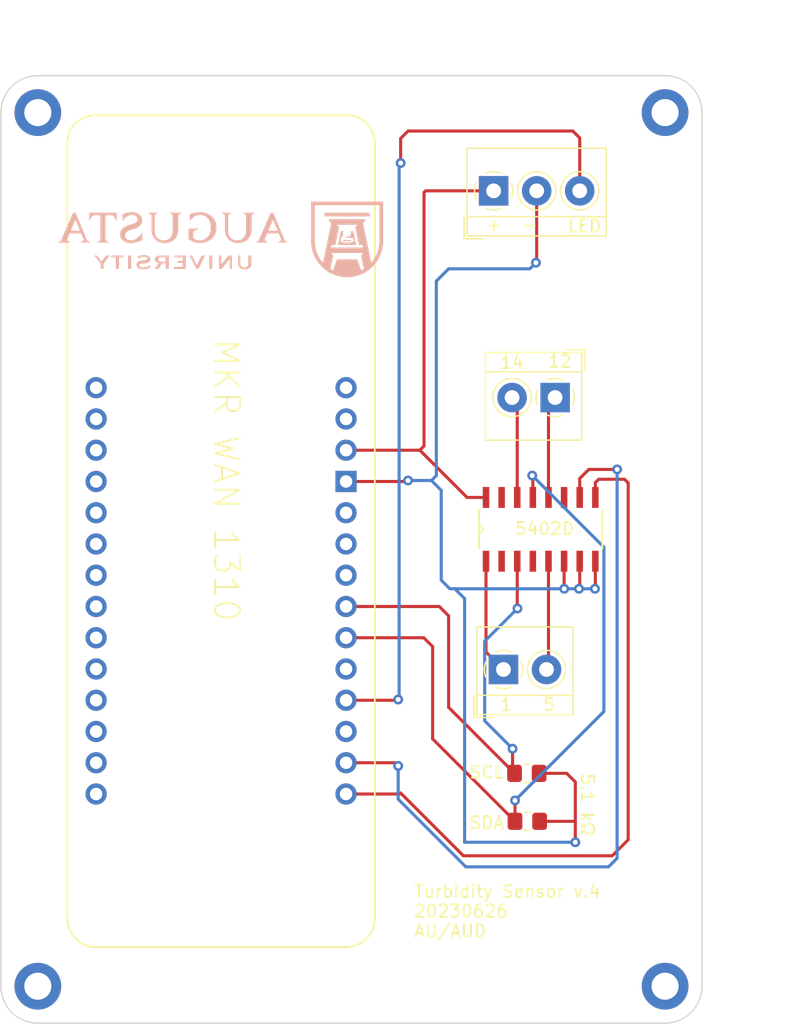
<source format=kicad_pcb>
(kicad_pcb (version 20221018) (generator pcbnew)
  (title_block (title "Turbidity Sensor PCB") (date "2023-06-26") (rev "4") (company "AU/AUD"))
  (layers (0 "F.Cu" signal) (31 "B.Cu" signal) (34 "B.Paste" user) (35 "F.Paste" user) (36 "B.SilkS" user "B.Silkscreen") (37 "F.SilkS" user "F.Silkscreen") (38 "B.Mask" user) (39 "F.Mask" user) (44 "Edge.Cuts" user))
  (net 0 "")
  (net 14 "/3.3V")
  (net 15 "/GND")
  (net 17 "/D7")
  (net 18 "/SDA")
  (net 19 "/D6")
  (net 26 "Net-(J1-Pin_1)")
  (net 27 "Net-(J1-Pin_2)")
  (net 28 "Net-(J2-Pin_1)")
  (net 29 "Net-(J2-Pin_2)")
  (net 31 "/SCL")
  (net 32 "/LED")
  (footprint "PCM_arduino-library:Arduino_MKR_FOX_1200_Socket" (layer "F.Cu") (at 154.15 69.475 -90)
    (fp_text reference "XA1" hide)
    (fp_text value "Arduino_MKR_WAN_1310_Socket" hide)
  )
  (footprint "Resistor_SMD:R_0805_2012Metric_Pad1.20x1.40mm_HandSolder" (layer "F.Cu") (at 168.76 120.7)
    (fp_text reference "R1" hide)
    (fp_text value "5.1 kΩ" hide)
  )
  (footprint "MountingHole:MountingHole_2.2mm_M2_DIN965_Pad" (layer "F.Cu") (at 180 138)
    (fp_text reference "REF**" hide)
    (fp_text value "MountingHole_2.2mm_M2_DIN965_Pad" hide)
  )
  (footprint "Project:74HC4052D" (layer "F.Cu") (at 169.885 100.869 90)
    (fp_text reference "U1" hide)
    (fp_text value "74HC4052D" hide)
  )
  (footprint "MountingHole:MountingHole_2.2mm_M2_DIN965_Pad" (layer "F.Cu") (at 129 138)
    (fp_text reference "REF**" hide)
    (fp_text value "MountingHole_2.2mm_M2_DIN965_Pad" hide)
  )
  (footprint "TerminalBlock_4Ucon:TerminalBlock_4Ucon_1x02_P3.50mm_Horizontal" (layer "F.Cu") (at 166.86 112.2598)
    (fp_text reference "J1" hide)
    (fp_text value "Screw_Terminal_01x02" hide)
  )
  (footprint "MountingHole:MountingHole_2.2mm_M2_DIN965_Pad" (layer "F.Cu") (at 129 67)
    (fp_text reference "REF**" hide)
    (fp_text value "MountingHole_2.2mm_M2_DIN965_Pad" hide)
  )
  (footprint "Resistor_SMD:R_0805_2012Metric_Pad1.20x1.40mm_HandSolder" (layer "F.Cu") (at 168.8 124.6)
    (fp_text reference "R2" hide)
    (fp_text value "5.1 kΩ" hide)
  )
  (footprint "TerminalBlock_4Ucon:TerminalBlock_4Ucon_1x02_P3.50mm_Horizontal" (layer "F.Cu") (at 171.06 90.1598 180)
    (fp_text reference "J2" hide)
    (fp_text value "Screw_Terminal_01x02" hide)
  )
  (footprint "TerminalBlock_4Ucon:TerminalBlock_4Ucon_1x03_P3.50mm_Horizontal" (layer "F.Cu") (at 166.06 73.3598)
    (fp_text reference "J3" hide)
    (fp_text value "Screw_Terminal_01x03" hide)
  )
  (footprint "MountingHole:MountingHole_2.2mm_M2_DIN965_Pad" (layer "F.Cu") (at 180 67)
    (fp_text reference "REF**" hide)
    (fp_text value "MountingHole_2.2mm_M2_DIN965_Pad" hide)
  )
  (gr_poly (pts (xy 154.018438 77.342549) (xy 153.992121 77.344262) (xy 153.966936 77.346235) (xy 153.942984 77.348478) (xy 153.920367 77.351001) (xy 153.899187 77.353811) (xy 153.879543 77.35692) (xy 153.861538 77.360335) (xy 153.845272 77.364067) (xy 153.830847 77.368124) (xy 153.824356 77.370277) (xy 153.818363 77.372516) (xy 153.812881 77.37484) (xy 153.807923 77.377252) (xy 153.8035 77.379752) (xy 153.799626 77.382342) (xy 153.796313 77.385022) (xy 153.793575 77.387794) (xy 153.791422 77.390659) (xy 153.78987 77.393618) (xy 153.788929 77.396673) (xy 153.788612 77.399824) (xy 153.789074 77.403005) (xy 153.790444 77.406144) (xy 153.795829 77.412284) (xy 153.804597 77.418212) (xy 153.816579 77.423897) (xy 153.831609 77.429308) (xy 153.849515 77.434413) (xy 153.870131 77.43918) (xy 153.893288 77.44358) (xy 153.918816 77.447579) (xy 153.946548 77.451147) (xy 154.007948 77.456862) (xy 154.076137 77.460476) (xy 154.149768 77.461737) (xy 154.18718 77.461346) (xy 154.223399 77.460216) (xy 154.258259 77.458404) (xy 154.291589 77.455969) (xy 154.323222 77.452973) (xy 154.352988 77.449472) (xy 154.38072 77.445528) (xy 154.406249 77.441198) (xy 154.429405 77.436543) (xy 154.450021 77.431622) (xy 154.467928 77.426494) (xy 154.482957 77.421218) (xy 154.48934 77.418544) (xy 154.49494 77.415854) (xy 154.499736 77.413157) (xy 154.503708 77.410461) (xy 154.506834 77.407772) (xy 154.509092 77.405098) (xy 154.510463 77.402446) (xy 154.510925 77.399824) (xy 154.510608 77.397234) (xy 154.509667 77.394674) (xy 154.505962 77.38965) (xy 154.499911 77.384768) (xy 154.491614 77.380042) (xy 154.481173 77.375489) (xy 154.46869 77.371124) (xy 154.454265 77.36696) (xy 154.437999 77.363014) (xy 154.419993 77.3593) (xy 154.40035 77.355834) (xy 154.356552 77.349706) (xy 154.307416 77.34475) (xy 154.253749 77.341087) (xy 154.249785 77.348265) (xy 154.245371 77.355092) (xy 154.240531 77.361551) (xy 154.235289 77.367629) (xy 154.229669 77.37331) (xy 154.223695 77.37858) (xy 154.217391 77.383423) (xy 154.210781 77.387825) (xy 154.203889 77.391771) (xy 154.19674 77.395247) (xy 154.189356 77.398236) (xy 154.181762 77.400726) (xy 154.173983 77.402699) (xy 154.166041 77.404143) (xy 154.157961 77.405042) (xy 154.149768 77.40538) (xy 154.145659 77.405282) (xy 154.141575 77.405042) (xy 154.137519 77.404661) (xy 154.133495 77.404143) (xy 154.129506 77.403488) (xy 154.125554 77.402699) (xy 154.121642 77.401778) (xy 154.117774 77.400726) (xy 154.113953 77.399544) (xy 154.11018 77.398236) (xy 154.106461 77.396803) (xy 154.102797 77.395247) (xy 154.099191 77.393569) (xy 154.095647 77.391771) (xy 154.092167 77.389856) (xy 154.088755 77.387825) (xy 154.085414 77.38568) (xy 154.082146 77.383423) (xy 154.078954 77.381056) (xy 154.075842 77.37858) (xy 154.072812 77.375997) (xy 154.069868 77.37331) (xy 154.067012 77.37052) (xy 154.064248 77.367629) (xy 154.061578 77.364639) (xy 154.059006 77.361551) (xy 154.056534 77.358368) (xy 154.054166 77.355092) (xy 154.051904 77.351723) (xy 154.049751 77.348265) (xy 154.047712 77.344719) (xy 154.045787 77.341087)) (fill solid) (layer "B.SilkS"))
  (gr_poly (pts (xy 139.72733 75.140018) (xy 139.960694 75.352743) (xy 139.960694 76.534637) (xy 139.959861 76.585951) (xy 139.957377 76.635712) (xy 139.953268 76.683915) (xy 139.947556 76.730553) (xy 139.940267 76.775624) (xy 139.931424 76.81912) (xy 139.921052 76.861039) (xy 139.909174 76.901374) (xy 139.895815 76.940121) (xy 139.880999 76.977274) (xy 139.864749 77.01283) (xy 139.847091 77.046782) (xy 139.828048 77.079126) (xy 139.807644 77.109858) (xy 139.785904 77.138971) (xy 139.762851 77.166462) (xy 139.73851 77.192324) (xy 139.712905 77.216554) (xy 139.68606 77.239147) (xy 139.657998 77.260096) (xy 139.628746 77.279398) (xy 139.598325 77.297048) (xy 139.566761 77.31304) (xy 139.534077 77.32737) (xy 139.500298 77.340032) (xy 139.465449 77.351022) (xy 139.429552 77.360335) (xy 139.392632 77.367966) (xy 139.354713 77.373909) (xy 139.31582 77.378161) (xy 139.275976 77.380715) (xy 139.235206 77.381568) (xy 139.196591 77.380781) (xy 139.158611 77.378418) (xy 139.121304 77.374474) (xy 139.084708 77.368944) (xy 139.048863 77.361824) (xy 139.013807 77.35311) (xy 138.97958 77.342797) (xy 138.946219 77.33088) (xy 138.913764 77.317355) (xy 138.882254 77.302217) (xy 138.851727 77.285463) (xy 138.822222 77.267087) (xy 138.793778 77.247085) (xy 138.766434 77.225452) (xy 138.740228 77.202184) (xy 138.7152 77.177277) (xy 138.691389 77.150725) (xy 138.668832 77.122525) (xy 138.647569 77.092672) (xy 138.627638 77.061161) (xy 138.609079 77.027988) (xy 138.591931 76.993149) (xy 138.576231 76.956638) (xy 138.562019 76.918452) (xy 138.549334 76.878586) (xy 138.538214 76.837035) (xy 138.528699 76.793795) (xy 138.520826 76.748861) (xy 138.514636 76.702229) (xy 138.510166 76.653894) (xy 138.507455 76.603853) (xy 138.506543 76.552099) (xy 138.506543 75.352743) (xy 138.750225 75.140018) (xy 138.750225 75.129699) (xy 138.0041 75.129699) (xy 138.0041 75.140018) (xy 138.249368 75.352743) (xy 138.249368 76.521143) (xy 138.250844 76.58927) (xy 138.255212 76.6551) (xy 138.262382 76.71864) (xy 138.272266 76.779901) (xy 138.284774 76.83889) (xy 138.299817 76.895616) (xy 138.317306 76.950089) (xy 138.337152 77.002317) (xy 138.359265 77.052309) (xy 138.383556 77.100074) (xy 138.409936 77.14562) (xy 138.438315 77.188958) (xy 138.468605 77.230095) (xy 138.500715 77.26904) (xy 138.534558 77.305803) (xy 138.570043 77.340392) (xy 138.607082 77.372816) (xy 138.645585 77.403084) (xy 138.685462 77.431204) (xy 138.726626 77.457186) (xy 138.768986 77.481039) (xy 138.812453 77.502771) (xy 138.856938 77.522391) (xy 138.902352 77.539909) (xy 138.948605 77.555332) (xy 138.995608 77.56867) (xy 139.091509 77.589126) (xy 139.18934 77.601347) (xy 139.288386 77.605405) (xy 139.391328 77.601947) (xy 139.494166 77.591316) (xy 139.596 77.573133) (xy 139.695928 77.547015) (xy 139.744894 77.530862) (xy 139.793046 77.512582) (xy 139.84027 77.492127) (xy 139.886453 77.469451) (xy 139.931482 77.444505) (xy 139.975246 77.417242) (xy 140.01763 77.387613) (xy 140.058523 77.355573) (xy 140.097811 77.321071) (xy 140.135382 77.284062) (xy 140.171122 77.244497) (xy 140.20492 77.202329) (xy 140.236662 77.15751) (xy 140.266236 77.109992) (xy 140.293528 77.059728) (xy 140.318426 77.00667) (xy 140.340818 76.95077) (xy 140.36059 76.891981) (xy 140.377629 76.830255) (xy 140.391823 76.765544) (xy 140.40306 76.6978) (xy 140.411225 76.626977) (xy 140.416207 76.553026) (xy 140.417893 76.475899) (xy 140.417893 75.352743) (xy 140.661574 75.140018) (xy 140.661574 75.129699) (xy 139.72733 75.129699)) (fill solid) (layer "B.SilkS"))
  (gr_poly (pts (xy 136.616256 75.093419) (xy 136.566769 75.096322) (xy 136.517392 75.100305) (xy 136.468144 75.105365) (xy 136.419042 75.111498) (xy 136.370103 75.1187) (xy 136.321344 75.126969) (xy 136.272784 75.136299) (xy 136.224438 75.146688) (xy 136.176326 75.158133) (xy 136.128464 75.170629) (xy 136.08087 75.184173) (xy 136.033561 75.198762) (xy 135.986554 75.214392) (xy 135.939868 75.23106) (xy 135.893518 75.248762) (xy 135.893518 75.804387) (xy 135.903839 75.804387) (xy 135.94379 75.748981) (xy 135.985028 75.696527) (xy 136.027498 75.647109) (xy 136.071147 75.600815) (xy 136.115921 75.557729) (xy 136.161767 75.517939) (xy 136.208632 75.48153) (xy 136.256462 75.448588) (xy 136.305204 75.4192) (xy 136.354803 75.39345) (xy 136.405208 75.371427) (xy 136.430695 75.361839) (xy 136.456363 75.353214) (xy 136.482205 75.345564) (xy 136.508216 75.338899) (xy 136.534387 75.33323) (xy 136.560713 75.328568) (xy 136.587186 75.324923) (xy 136.6138 75.322306) (xy 136.640549 75.320728) (xy 136.667425 75.320199) (xy 136.697508 75.320764) (xy 136.726306 75.322428) (xy 136.753841 75.325146) (xy 136.780133 75.328875) (xy 136.805206 75.333568) (xy 136.829079 75.339182) (xy 136.851776 75.345671) (xy 136.873317 75.352991) (xy 136.893725 75.361097) (xy 136.91302 75.369944) (xy 136.931226 75.379488) (xy 136.948362 75.389683) (xy 136.964452 75.400486) (xy 136.979516 75.41185) (xy 136.993576 75.423732) (xy 137.006655 75.436087) (xy 137.018772 75.448869) (xy 137.029952 75.462035) (xy 137.040214 75.475539) (xy 137.04958 75.489336) (xy 137.065714 75.517633) (xy 137.078526 75.546567) (xy 137.088189 75.57578) (xy 137.094876 75.604914) (xy 137.098762 75.63361) (xy 137.100019 75.661512) (xy 137.100019 75.678974) (xy 137.099378 75.700857) (xy 137.097467 75.721875) (xy 137.094307 75.742059) (xy 137.089915 75.761436) (xy 137.084312 75.780036) (xy 137.077515 75.797887) (xy 137.069544 75.815019) (xy 137.060418 75.831461) (xy 137.050156 75.847241) (xy 137.038777 75.862388) (xy 137.026301 75.876932) (xy 137.012745 75.890901) (xy 136.99813 75.904324) (xy 136.982473 75.91723) (xy 136.965795 75.929647) (xy 136.948115 75.941606) (xy 136.929451 75.953135) (xy 136.909822 75.964262) (xy 136.889247 75.975017) (xy 136.867746 75.985428) (xy 136.822041 76.005337) (xy 136.772858 76.024218) (xy 136.720349 76.042304) (xy 136.664667 76.059827) (xy 136.605965 76.077017) (xy 136.544394 76.094105) (xy 136.445236 76.121868) (xy 136.351726 76.151714) (xy 136.263966 76.183849) (xy 136.18206 76.218476) (xy 136.106113 76.255801) (xy 136.036226 76.296028) (xy 135.972505 76.339362) (xy 135.915051 76.386007) (xy 135.888707 76.410635) (xy 135.863969 76.436168) (xy 135.84085 76.462631) (xy 135.819363 76.49005) (xy 135.79952 76.51845) (xy 135.781335 76.547858) (xy 135.76482 76.578297) (xy 135.749989 76.609795) (xy 135.736854 76.642376) (xy 135.725428 76.676067) (xy 135.715725 76.710892) (xy 135.707757 76.746878) (xy 135.701538 76.78405) (xy 135.697079 76.822433) (xy 135.694394 76.862054) (xy 135.693496 76.902937) (xy 135.693496 76.924368) (xy 135.694425 76.958243) (xy 135.697204 76.991821) (xy 135.701824 77.025051) (xy 135.708275 77.057881) (xy 135.716548 77.09026) (xy 135.726632 77.122138) (xy 135.738518 77.153463) (xy 135.752196 77.184185) (xy 135.767657 77.214252) (xy 135.78489 77.243613) (xy 135.803887 77.272218) (xy 135.824636 77.300015) (xy 135.84713 77.326953) (xy 135.871356 77.352982) (xy 135.897307 77.37805) (xy 135.924972 77.402106) (xy 135.954342 77.4251) (xy 135.985407 77.44698) (xy 136.018156 77.467695) (xy 136.052581 77.487194) (xy 136.088672 77.505426) (xy 136.126418 77.522341) (xy 136.165811 77.537887) (xy 136.20684 77.552013) (xy 136.249495 77.564669) (xy 136.293767 77.575802) (xy 136.339647 77.585362) (xy 136.387124 77.593299) (xy 136.436189 77.599561) (xy 136.486832 77.604097) (xy 136.539042 77.606856) (xy 136.592812 77.607787) (xy 136.64786 77.606305) (xy 136.704213 77.601996) (xy 136.761649 77.595067) (xy 136.819948 77.585723) (xy 136.878889 77.574169) (xy 136.938251 77.560613) (xy 136.997813 77.545258) (xy 137.057354 77.528312) (xy 137.175489 77.490468) (xy 137.29089 77.448727) (xy 137.401789 77.404734) (xy 137.506419 77.360137) (xy 137.506419 76.744187) (xy 137.496099 76.744187) (xy 137.443146 76.81502) (xy 137.390189 76.882456) (xy 137.33713 76.946331) (xy 137.283871 77.006484) (xy 137.230313 77.062753) (xy 137.176361 77.114978) (xy 137.121915 77.162996) (xy 137.066879 77.206645) (xy 137.011154 77.245765) (xy 136.954643 77.280193) (xy 136.897249 77.309767) (xy 136.86819 77.322684) (xy 136.838873 77.334327) (xy 136.809287 77.344676) (xy 136.779419 77.353711) (xy 136.749256 77.361411) (xy 136.718787 77.367756) (xy 136.688 77.372727) (xy 136.656881 77.376302) (xy 136.62542 77.378462) (xy 136.593604 77.379187) (xy 136.563341 77.378691) (xy 136.534019 77.377221) (xy 136.505638 77.374801) (xy 136.478202 77.371458) (xy 136.45171 77.367217) (xy 136.426164 77.362103) (xy 136.401565 77.356142) (xy 136.377915 77.349359) (xy 136.355215 77.341779) (xy 136.333466 77.333429) (xy 136.31267 77.324332) (xy 136.292828 77.314516) (xy 136.27394 77.304005) (xy 136.25601 77.292825) (xy 136.239037 77.281) (xy 136.223023 77.268558) (xy 136.20797 77.255522) (xy 136.193878 77.241919) (xy 136.180749 77.227773) (xy 136.168585 77.213111) (xy 136.157386 77.197958) (xy 136.147154 77.182339) (xy 136.137891 77.16628) (xy 136.129597 77.149805) (xy 136.122274 77.132941) (xy 136.115923 77.115713) (xy 136.110545 77.098147) (xy 136.106142 77.080267) (xy 136.102716 77.062099) (xy 136.100267 77.043669) (xy 136.098306 77.006124) (xy 136.098306 76.988661) (xy 136.099148 76.96107) (xy 136.101652 76.934531) (xy 136.10578 76.909014) (xy 136.111496 76.884489) (xy 136.118762 76.860926) (xy 136.127544 76.838292) (xy 136.137803 76.816558) (xy 136.149503 76.795693) (xy 136.162607 76.775667) (xy 136.17708 76.756448) (xy 136.192884 76.738006) (xy 136.209983 76.72031) (xy 136.228339 76.70333) (xy 136.247918 76.687035) (xy 136.268681 76.671395) (xy 136.290592 76.656378) (xy 136.313614 76.641954) (xy 136.337712 76.628092) (xy 136.362848 76.614762) (xy 136.388986 76.601933) (xy 136.44412 76.577655) (xy 136.502821 76.555013) (xy 136.564796 76.533762) (xy 136.629753 76.513656) (xy 136.697397 76.49445) (xy 136.767437 76.475899) (xy 136.852505 76.45171) (xy 136.932362 76.424966) (xy 137.006971 76.39564) (xy 137.076293 76.363707) (xy 137.140289 76.329142) (xy 137.198922 76.29192) (xy 137.252153 76.252013) (xy 137.299944 76.209397) (xy 137.321787 76.187066) (xy 137.342256 76.164047) (xy 137.361345 76.140338) (xy 137.379051 76.115936) (xy 137.395367 76.090838) (xy 137.41029 76.06504) (xy 137.423814 76.038539) (xy 137.435936 76.011332) (xy 137.446649 75.983416) (xy 137.455949 75.954787) (xy 137.463831 75.925443) (xy 137.470292 75.895379) (xy 137.475325 75.864594) (xy 137.478925 75.833084) (xy 137.481089 75.800845) (xy 137.481812 75.767874) (xy 137.481812 75.743268) (xy 137.480886 75.711369) (xy 137.478124 75.679703) (xy 137.473553 75.64832) (xy 137.467196 75.617272) (xy 137.459078 75.586611) (xy 137.449225 75.556386) (xy 137.437662 75.52665) (xy 137.424414 75.497453) (xy 137.409505 75.468847) (xy 137.392961 75.440883) (xy 137.374806 75.413612) (xy 137.355066 75.387085) (xy 137.333766 75.361353) (xy 137.31093 75.336468) (xy 137.286584 75.31248) (xy 137.260752 75.289441) (xy 137.23346 75.267402) (xy 137.204733 75.246414) (xy 137.174596 75.226529) (xy 137.143073 75.207797) (xy 137.110189 75.190269) (xy 137.075971 75.173997) (xy 137.040441 75.159032) (xy 137.003627 75.145425) (xy 136.965552 75.133228) (xy 136.926242 75.12249) (xy 136.885721 75.113264) (xy 136.844015 75.105601) (xy 136.801148 75.099552) (xy 136.757147 75.095168) (xy 136.712034 75.0925) (xy 136.665837 75.091599)) (fill solid) (layer "B.SilkS"))
  (gr_poly (pts (xy 143.916745 79.331018) (xy 143.916745 78.616643) (xy 143.735769 78.616643) (xy 143.735769 79.702493) (xy 143.950874 79.702493) (xy 144.596194 78.908743) (xy 144.596194 79.702493) (xy 144.777169 79.702493) (xy 144.777169 78.616643) (xy 144.496975 78.616643)) (fill solid) (layer "B.SilkS"))
  (gr_poly (pts (xy 142.139407 75.093598) (xy 142.086177 75.095962) (xy 142.033049 75.099482) (xy 141.98004 75.104152) (xy 141.927171 75.109971) (xy 141.874459 75.116935) (xy 141.821923 75.12504) (xy 141.769582 75.134282) (xy 141.717453 75.144659) (xy 141.665556 75.156166) (xy 141.61391 75.168801) (xy 141.562531 75.18256) (xy 141.51144 75.197438) (xy 141.460655 75.213434) (xy 141.410194 75.230543) (xy 141.360076 75.248762) (xy 141.360075 75.248762) (xy 141.360075 75.804387) (xy 141.370394 75.804387) (xy 141.426843 75.732892) (xy 141.482504 75.668496) (xy 141.537409 75.610855) (xy 141.59159 75.559626) (xy 141.645078 75.514467) (xy 141.697905 75.475035) (xy 141.750101 75.440985) (xy 141.801698 75.411976) (xy 141.852728 75.387665) (xy 141.903222 75.367708) (xy 141.953212 75.351762) (xy 142.002728 75.339485) (xy 142.051802 75.330533) (xy 142.100466 75.324563) (xy 142.148751 75.321233) (xy 142.196688 75.320199) (xy 142.245215 75.321417) (xy 142.292695 75.325039) (xy 142.339097 75.331019) (xy 142.384387 75.33931) (xy 142.428534 75.349865) (xy 142.471505 75.362638) (xy 142.513267 75.377582) (xy 142.553789 75.39465) (xy 142.593037 75.413797) (xy 142.63098 75.434974) (xy 142.667585 75.458136) (xy 142.70282 75.483236) (xy 142.736652 75.510227) (xy 142.769048 75.539062) (xy 142.799977 75.569695) (xy 142.829406 75.60208) (xy 142.857302 75.636169) (xy 142.883634 75.671915) (xy 142.908368 75.709274) (xy 142.931473 75.748196) (xy 142.952915 75.788637) (xy 142.972663 75.830549) (xy 142.990684 75.873885) (xy 143.006946 75.9186) (xy 143.021415 75.964646) (xy 143.034061 76.011976) (xy 143.04485 76.060545) (xy 143.05375 76.110304) (xy 143.060729 76.161209) (xy 143.065754 76.213211) (xy 143.068793 76.266265) (xy 143.069813 76.320324) (xy 143.069813 76.365568) (xy 143.068659 76.421562) (xy 143.06523 76.476408) (xy 143.059577 76.530065) (xy 143.051751 76.582491) (xy 143.041802 76.633645) (xy 143.029781 76.683486) (xy 143.015739 76.731972) (xy 142.999727 76.779062) (xy 142.981796 76.824715) (xy 142.961995 76.86889) (xy 142.940376 76.911545) (xy 142.91699 76.952639) (xy 142.891887 76.992131) (xy 142.865118 77.029979) (xy 142.836733 77.066143) (xy 142.806784 77.10058) (xy 142.775321 77.133251) (xy 142.742395 77.164112) (xy 142.708057 77.193124) (xy 142.672357 77.220244) (xy 142.635346 77.245432) (xy 142.597074 77.268647) (xy 142.557593 77.289846) (xy 142.516954 77.308989) (xy 142.475206 77.326035) (xy 142.432401 77.340942) (xy 142.388589 77.353668) (xy 142.343822 77.364174) (xy 142.298149 77.372416) (xy 142.251622 77.378355) (xy 142.204291 77.381948) (xy 142.156207 77.383155) (xy 142.133507 77.383292) (xy 142.110841 77.382817) (xy 142.088221 77.381733) (xy 142.065658 77.380042) (xy 142.043164 77.377747) (xy 142.020753 77.374851) (xy 141.998435 77.371354) (xy 141.976223 77.367261) (xy 141.954129 77.362573) (xy 141.932165 77.357293) (xy 141.910343 77.351422) (xy 141.888674 77.344964) (xy 141.867172 77.337921) (xy 141.845848 77.330296) (xy 141.824714 77.322089) (xy 141.803782 77.313305) (xy 141.782509 77.303864) (xy 141.772539 77.298963) (xy 141.763004 77.293923) (xy 141.753898 77.288731) (xy 141.745214 77.283373) (xy 141.736944 77.277836) (xy 141.729082 77.272105) (xy 141.721622 77.266167) (xy 141.714556 77.260008) (xy 141.707877 77.253615) (xy 141.701579 77.246974) (xy 141.695654 77.240072) (xy 141.690097 77.232894) (xy 141.6849 77.225428) (xy 141.680056 77.217658) (xy 141.675558 77.209573) (xy 141.671401 77.201157) (xy 141.667576 77.192398) (xy 141.664077 77.183282) (xy 141.660897 77.173795) (xy 141.65803 77.163923) (xy 141.655468 77.153653) (xy 141.653205 77.142971) (xy 141.651233 77.131864) (xy 141.649547 77.120317) (xy 141.648139 77.108318) (xy 141.647002 77.095852) (xy 141.645515 77.069465) (xy 141.645032 77.041049) (xy 141.645032 76.656874) (xy 142.087944 76.437005) (xy 142.087944 76.426687) (xy 141.248157 76.426687) (xy 141.248157 77.283937) (xy 141.299528 77.320561) (xy 141.35215 77.355056) (xy 141.405955 77.387397) (xy 141.460875 77.417561) (xy 141.516843 77.445526) (xy 141.573793 77.471269) (xy 141.631655 77.494767) (xy 141.690364 77.515997) (xy 141.749851 77.534936) (xy 141.810049 77.551561) (xy 141.870892 77.565849) (xy 141.93231 77.577777) (xy 141.994238 77.587323) (xy 142.056607 77.594464) (xy 142.11935 77.599176) (xy 142.182399 77.601437) (xy 142.249731 77.600083) (xy 142.316376 77.596039) (xy 142.38224 77.589332) (xy 142.447229 77.579987) (xy 142.511245 77.56803) (xy 142.574195 77.553488) (xy 142.635983 77.536387) (xy 142.696515 77.516753) (xy 142.755693 77.494613) (xy 142.813425 77.469991) (xy 142.869614 77.442915) (xy 142.924164 77.413411) (xy 142.976982 77.381504) (xy 143.027972 77.347222) (xy 143.077038 77.310589) (xy 143.124086 77.271633) (xy 143.16902 77.23038) (xy 143.211744 77.186855) (xy 143.252165 77.141085) (xy 143.290186 77.093095) (xy 143.325712 77.042913) (xy 143.358649 76.990564) (xy 143.388901 76.936075) (xy 143.416372 76.879471) (xy 143.440968 76.820779) (xy 143.462594 76.760025) (xy 143.481153 76.697235) (xy 143.496552 76.632435) (xy 143.508694 76.565652) (xy 143.517485 76.496911) (xy 143.52283 76.426239) (xy 143.524632 76.353661) (xy 143.524632 76.322705) (xy 143.52281 76.252902) (xy 143.517409 76.184753) (xy 143.508532 76.118297) (xy 143.496279 76.05357) (xy 143.480751 75.990608) (xy 143.462049 75.929448) (xy 143.440275 75.870128) (xy 143.415529 75.812684) (xy 143.387912 75.757152) (xy 143.357525 75.70357) (xy 143.32447 75.651974) (xy 143.288847 75.6024) (xy 143.250757 75.554887) (xy 143.210301 75.50947) (xy 143.167581 75.466187) (xy 143.122697 75.425073) (xy 143.075751 75.386167) (xy 143.026842 75.349504) (xy 142.976074 75.315121) (xy 142.923545 75.283056) (xy 142.869358 75.253344) (xy 142.813613 75.226023) (xy 142.756412 75.20113) (xy 142.697855 75.178701) (xy 142.638044 75.158773) (xy 142.577079 75.141382) (xy 142.515061 75.126566) (xy 142.452092 75.114362) (xy 142.388273 75.104806) (xy 142.323703 75.097934) (xy 142.258486 75.093784) (xy 142.192721 75.092393)) (fill solid) (layer "B.SilkS"))
  (gr_poly (pts (xy 141.900618 79.702493) (xy 142.064926 79.702493) (xy 142.606262 78.616643) (xy 142.318131 78.616643) (xy 141.921255 79.406424) (xy 141.538667 78.616642) (xy 141.329118 78.616642)) (fill solid) (layer "B.SilkS"))
  (gr_poly (pts (xy 130.911944 77.346643) (xy 130.668263 77.559368) (xy 130.668263 77.569687) (xy 131.609651 77.569687) (xy 131.609651 77.559368) (xy 131.365968 77.346643) (xy 131.58187 76.820386) (xy 132.519287 76.820386) (xy 132.735187 77.346643) (xy 132.491506 77.559368) (xy 132.491506 77.569687) (xy 133.230487 77.569687) (xy 133.230487 77.559368) (xy 132.992361 77.346643) (xy 132.681696 76.597343) (xy 132.428799 76.597343) (xy 131.682674 76.597343) (xy 132.062881 75.708343) (xy 132.428799 76.597343) (xy 132.681696 76.597343) (xy 132.073201 75.129699) (xy 131.86762 75.129699)) (fill solid) (layer "B.SilkS"))
  (gr_poly (pts (xy 136.334841 79.702493) (xy 136.58646 79.702493) (xy 136.58646 78.616643) (xy 136.334841 78.616643)) (fill solid) (layer "B.SilkS"))
  (gr_poly (pts (xy 142.941225 79.702493) (xy 143.192843 79.702493) (xy 143.192843 78.616643) (xy 142.941225 78.616643)) (fill solid) (layer "B.SilkS"))
  (gr_poly (pts (xy 153.406818 77.757012) (xy 154.891924 77.757012) (xy 154.66253 76.632268) (xy 154.456156 76.632268) (xy 154.455795 76.632264) (xy 154.455435 76.632273) (xy 154.455077 76.632293) (xy 154.454722 76.632324) (xy 154.454017 76.63242) (xy 154.453324 76.632561) (xy 154.452643 76.632744) (xy 154.451978 76.63297) (xy 154.451329 76.633237) (xy 154.450699 76.633544) (xy 154.450089 76.63389) (xy 154.449502 76.634274) (xy 154.448939 76.634695) (xy 154.448403 76.635152) (xy 154.447894 76.635644) (xy 154.447416 76.63617) (xy 154.447189 76.636446) (xy 154.44697 76.636729) (xy 154.44676 76.637021) (xy 154.446558 76.63732) (xy 154.446185 76.637937) (xy 154.445855 76.638572) (xy 154.445568 76.639222) (xy 154.445325 76.639887) (xy 154.445125 76.640562) (xy 154.444969 76.641248) (xy 154.444856 76.64194) (xy 154.444787 76.642638) (xy 154.444763 76.643338) (xy 154.444783 76.644039) (xy 154.444846 76.644739) (xy 154.444955 76.645436) (xy 154.445108 76.646126) (xy 154.445306 76.646809) (xy 154.445549 76.647482) (xy 154.445837 76.648143) (xy 154.449495 76.656367) (xy 154.452906 76.664691) (xy 154.456067 76.673108) (xy 154.458976 76.681614) (xy 154.461632 76.690202) (xy 154.464033 76.698866) (xy 154.466176 76.707601) (xy 154.468061 76.716402) (xy 154.469372 76.723875) (xy 154.470507 76.731373) (xy 154.471466 76.738895) (xy 154.47225 76.746435) (xy 154.472857 76.753992) (xy 154.473288 76.761562) (xy 154.473541 76.769143) (xy 154.473618 76.77673) (xy 154.473244 76.790016) (xy 154.472275 76.80316) (xy 154.470723 76.816147) (xy 154.4686 76.828964) (xy 154.46592 76.841597) (xy 154.462693 76.85403) (xy 154.458933 76.866251) (xy 154.454652 76.878244) (xy 154.449862 76.889995) (xy 154.444575 76.901491) (xy 154.438804 76.912717) (xy 154.432561 76.923658) (xy 154.425858 76.934301) (xy 154.418708 76.944632) (xy 154.411123 76.954635) (xy 154.403115 76.964297) (xy 154.394697 76.973604) (xy 154.385881 76.982541) (xy 154.376679 76.991095) (xy 154.367104 76.99925) (xy 154.357167 77.006994) (xy 154.346882 77.01431) (xy 154.33626 77.021187) (xy 154.325314 77.027608) (xy 154.314057 77.03356) (xy 154.302499 77.039028) (xy 154.290655 77.043999) (xy 154.278536 77.048459) (xy 154.266154 77.052392) (xy 154.253521 77.055785) (xy 154.240651 77.058623) (xy 154.227555 77.060893) (xy 154.206572 77.065733) (xy 154.18676 77.070572) (xy 154.168087 77.0754) (xy 154.150518 77.080208) (xy 154.134022 77.084985) (xy 154.118564 77.089721) (xy 154.104113 77.094406) (xy 154.090634 77.09903) (xy 154.078094 77.103583) (xy 154.066461 77.108056) (xy 154.055701 77.112437) (xy 154.045781 77.116717) (xy 154.036667 77.120887) (xy 154.028328 77.124935) (xy 154.02073 77.128852) (xy 154.013838 77.132628) (xy 154.007622 77.136253) (xy 154.002046 77.139717) (xy 153.997079 77.143009) (xy 153.992686 77.14612) (xy 153.988836 77.14904) (xy 153.985494 77.151759) (xy 153.982627 77.154266) (xy 153.980203 77.156552) (xy 153.978189 77.158607) (xy 153.97655 77.16042) (xy 153.974269 77.163282) (xy 153.972762 77.165668) (xy 154.056229 77.161337) (xy 154.133515 77.158964) (xy 154.204801 77.158405) (xy 154.270269 77.159516) (xy 154.3301 77.162153) (xy 154.384476 77.16617) (xy 154.433578 77.171425) (xy 154.477587 77.177773) (xy 154.516684 77.185069) (xy 154.551052 77.19317) (xy 154.580871 77.201932) (xy 154.594132 77.206515) (xy 154.606323 77.211209) (xy 154.617468 77.215997) (xy 154.627589 77.220859) (xy 154.636709 77.225778) (xy 154.644851 77.230737) (xy 154.652037 77.235716) (xy 154.658289 77.240698) (xy 154.663632 77.245665) (xy 154.668087 77.250599) (xy 154.668901 77.252221) (xy 154.669667 77.253863) (xy 154.670386 77.255524) (xy 154.671056 77.257204) (xy 154.671677 77.2589) (xy 154.67225 77.260613) (xy 154.672774 77.26234) (xy 154.673248 77.264081) (xy 154.673672 77.265835) (xy 154.674047 77.2676) (xy 154.674371 77.269377) (xy 154.674645 77.271162) (xy 154.674868 77.272957) (xy 154.67504 77.274759) (xy 154.675161 77.276567) (xy 154.675231 77.27838) (xy 154.675231 77.425224) (xy 154.674539 77.432397) (xy 154.672486 77.439473) (xy 154.669107 77.446443) (xy 154.664437 77.453299) (xy 154.651361 77.466634) (xy 154.633534 77.47941) (xy 154.611232 77.491559) (xy 154.584734 77.50301) (xy 154.554314 77.513697) (xy 154.520251 77.52355) (xy 154.48282 77.532501) (xy 154.442299 77.540481) (xy 154.398964 77.547422) (xy 154.353092 77.553254) (xy 154.30496 77.55791) (xy 154.254844 77.56132) (xy 154.203021 77.563417) (xy 154.149768 77.564131) (xy 154.096515 77.563443) (xy 154.044692 77.561418) (xy 153.994576 77.558114) (xy 153.946444 77.553589) (xy 153.900572 77.547901) (xy 153.857237 77.541109) (xy 153.816716 77.53327) (xy 153.779285 77.524443) (xy 153.745222 77.514686) (xy 153.729539 77.509477) (xy 153.714802 77.504057) (xy 153.701046 77.498433) (xy 153.688304 77.492614) (xy 153.676611 77.486605) (xy 153.666002 77.480415) (xy 153.656512 77.47405) (xy 153.648175 77.467518) (xy 153.641026 77.460827) (xy 153.635099 77.453982) (xy 153.630429 77.446993) (xy 153.62705 77.439865) (xy 153.624997 77.432606) (xy 153.624306 77.425224) (xy 153.624306 77.277587) (xy 153.624393 77.274331) (xy 153.624645 77.271099) (xy 153.62506 77.267897) (xy 153.625636 77.26473) (xy 153.626369 77.261604) (xy 153.627257 77.258525) (xy 153.628298 77.255498) (xy 153.629489 77.25253) (xy 153.630828 77.249625) (xy 153.632312 77.246791) (xy 153.633939 77.244032) (xy 153.635706 77.241355) (xy 153.637611 77.238764) (xy 153.639651 77.236266) (xy 153.641823 77.233867) (xy 153.644126 77.231572) (xy 153.665148 77.21018) (xy 153.684971 77.187854) (xy 153.703572 77.164646) (xy 153.720931 77.140608) (xy 153.737025 77.11579) (xy 153.751832 77.090244) (xy 153.76533 77.064022) (xy 153.777499 77.037176) (xy 153.788315 77.009756) (xy 153.797757 76.981815) (xy 153.805803 76.953404) (xy 153.812431 76.924574) (xy 153.81762 76.895377) (xy 153.821347 76.865864) (xy 153.823592 76.836088) (xy 153.824331 76.806099) (xy 153.824672 76.799573) (xy 153.825571 76.789604) (xy 153.828299 76.763435) (xy 153.831028 76.735778) (xy 153.831927 76.723949) (xy 153.832268 76.714818) (xy 153.834153 76.706016) (xy 153.836296 76.69728) (xy 153.838697 76.688615) (xy 153.841353 76.680027) (xy 153.844262 76.671521) (xy 153.847423 76.663103) (xy 153.850834 76.65478) (xy 153.854493 76.646555) (xy 153.854781 76.645894) (xy 153.855024 76.645222) (xy 153.855222 76.644539) (xy 153.855375 76.643848) (xy 153.855483 76.643152) (xy 153.855547 76.642452) (xy 153.855567 76.641751) (xy 153.855542 76.64105) (xy 153.855474 76.640353) (xy 153.855361 76.63966) (xy 153.855205 76.638975) (xy 153.855005 76.638299) (xy 153.854761 76.637635) (xy 153.854475 76.636985) (xy 153.854145 76.63635) (xy 153.853772 76.635733) (xy 153.853359 76.635142) (xy 153.852913 76.634583) (xy 153.852435 76.634056) (xy 153.851927 76.633564) (xy 153.851391 76.633107) (xy 153.850828 76.632686) (xy 153.850241 76.632302) (xy 153.849631 76.631956) (xy 153.849001 76.631649) (xy 153.848352 76.631383) (xy 153.847687 76.631157) (xy 153.847006 76.630974) (xy 153.846313 76.630833) (xy 153.845608 76.630737) (xy 153.844895 76.630685) (xy 153.844174 76.63068) (xy 153.636212 76.63068)) (fill solid) (layer "B.SilkS"))
  (gr_line (start 152.731337 80.014437) (end 152.784518 80.043806) (stroke (width 0.1)) (layer "B.SilkS"))
  (gr_poly (pts (xy 146.111462 79.261961) (xy 146.110356 79.295404) (xy 146.107011 79.327768) (xy 146.101379 79.358904) (xy 146.097692 79.373965) (xy 146.093416 79.388664) (xy 146.088546 79.402981) (xy 146.083077 79.416898) (xy 146.077002 79.430396) (xy 146.070315 79.443457) (xy 146.063012 79.456063) (xy 146.055087 79.468194) (xy 146.046533 79.479832) (xy 146.037345 79.490958) (xy 146.027518 79.501555) (xy 146.017046 79.511602) (xy 146.005923 79.521082) (xy 145.994144 79.529976) (xy 145.981702 79.538266) (xy 145.968592 79.545932) (xy 145.954809 79.552956) (xy 145.940347 79.55932) (xy 145.9252 79.565005) (xy 145.909362 79.569992) (xy 145.892829 79.574264) (xy 145.875593 79.5778) (xy 145.85765 79.580583) (xy 145.838993 79.582593) (xy 145.819618 79.583813) (xy 145.799519 79.584224) (xy 145.777048 79.58382) (xy 145.755469 79.582618) (xy 145.734768 79.580635) (xy 145.714935 79.577888) (xy 145.695957 79.574393) (xy 145.677824 79.570165) (xy 145.660523 79.565222) (xy 145.644043 79.559581) (xy 145.628372 79.553257) (xy 145.613499 79.546266) (xy 145.599412 79.538626) (xy 145.586099 79.530353) (xy 145.57355 79.521463) (xy 145.561751 79.511973) (xy 145.550691 79.501898) (xy 145.54036 79.491256) (xy 145.530744 79.480063) (xy 145.521834 79.468335) (xy 145.513616 79.456089) (xy 145.50608 79.443341) (xy 145.499213 79.430108) (xy 145.493005 79.416406) (xy 145.487443 79.402251) (xy 145.482515 79.38766) (xy 145.478211 79.372649) (xy 145.474519 79.357235) (xy 145.468922 79.325262) (xy 145.465633 79.291873) (xy 145.464557 79.257199) (xy 145.464557 78.616643) (xy 145.283581 78.616643) (xy 145.283581 79.27863) (xy 145.282593 79.301418) (xy 145.282868 79.324101) (xy 145.284386 79.346631) (xy 145.287129 79.368961) (xy 145.29108 79.391044) (xy 145.29622 79.412832) (xy 145.302531 79.434278) (xy 145.309994 79.455335) (xy 145.318591 79.475954) (xy 145.328305 79.496089) (xy 145.339115 79.515692) (xy 145.351006 79.534715) (xy 145.363957 79.553112) (xy 145.377951 79.570834) (xy 145.392969 79.587835) (xy 145.408993 79.604067) (xy 145.430823 79.621587) (xy 145.453383 79.637958) (xy 145.476626 79.653167) (xy 145.500507 79.667196) (xy 145.52498 79.680033) (xy 145.549999 79.691662) (xy 145.575519 79.702067) (xy 145.601494 79.711235) (xy 145.627877 79.719149) (xy 145.654623 79.725796) (xy 145.681686 79.73116) (xy 145.70902 79.735225) (xy 145.736581 79.737979) (xy 145.76432 79.739404) (xy 145.792194 79.739487) (xy 145.820156 79.738212) (xy 145.848239 79.739666) (xy 145.876254 79.739823) (xy 145.904157 79.738694) (xy 145.931908 79.736292) (xy 145.959463 79.73263) (xy 145.986781 79.727721) (xy 146.01382 79.721577) (xy 146.040538 79.714211) (xy 146.066893 79.705635) (xy 146.092842 79.695863) (xy 146.118343 79.684906) (xy 146.143355 79.672777) (xy 146.167836 79.659489) (xy 146.191743 79.645055) (xy 146.215034 79.629488) (xy 146.237668 79.612799) (xy 146.254469 79.596462) (xy 146.27016 79.57926) (xy 146.28472 79.56125) (xy 146.298129 79.542487) (xy 146.310364 79.52303) (xy 146.321406 79.502935) (xy 146.331232 79.482259) (xy 146.339822 79.461059) (xy 146.347154 79.439392) (xy 146.353208 79.417314) (xy 146.357962 79.394884) (xy 146.361395 79.372157) (xy 146.363485 79.349191) (xy 146.364213 79.326042) (xy 146.363556 79.302767) (xy 146.361493 79.279424) (xy 146.361493 78.616643) (xy 146.111462 78.616643)) (fill solid) (layer "B.SilkS"))
  (gr_poly (pts (xy 134.176637 79.114324) (xy 133.829769 78.616643) (xy 133.603551 78.616643) (xy 134.103612 79.270693) (xy 134.103612 79.702493) (xy 134.353645 79.702493) (xy 134.353645 79.270693) (xy 134.841799 78.616643) (xy 134.533825 78.616643)) (fill solid) (layer "B.SilkS"))
  (gr_line (start 155.566612 80.014437) (end 155.51343 80.043806) (stroke (width 0.1)) (layer "B.SilkS"))
  (gr_poly (pts (xy 140.105156 78.775393) (xy 140.777463 78.775393) (xy 140.777463 79.060349) (xy 140.3536 79.060349) (xy 140.3536 79.214336) (xy 140.777463 79.214336) (xy 140.777463 79.543743) (xy 140.063087 79.543743) (xy 140.063087 79.702493) (xy 141.029081 79.702493) (xy 141.029081 78.616643) (xy 140.105156 78.616643)) (fill solid) (layer "B.SilkS"))
  (gr_poly (pts (xy 133.180484 75.781368) (xy 133.18445 75.782162) (xy 133.487664 75.353537) (xy 134.08377 75.353537) (xy 134.08377 77.346643) (xy 133.844055 77.559368) (xy 133.844055 77.569687) (xy 134.743376 77.569687) (xy 134.743376 77.559368) (xy 134.505252 77.346643) (xy 134.505252 75.352743) (xy 135.098184 75.352743) (xy 135.40457 75.781368) (xy 135.414888 75.781368) (xy 135.414888 75.129699) (xy 133.180484 75.129699)) (fill solid) (layer "B.SilkS"))
  (gr_poly (pts (xy 138.981705 78.617019) (xy 138.941429 78.618165) (xy 138.903883 78.620107) (xy 138.868916 78.622869) (xy 138.836376 78.626477) (xy 138.806113 78.630958) (xy 138.777976 78.636337) (xy 138.751813 78.642638) (xy 138.727473 78.649888) (xy 138.704805 78.658113) (xy 138.683657 78.667338) (xy 138.66388 78.677588) (xy 138.645321 78.688889) (xy 138.627829 78.701267) (xy 138.611254 78.714747) (xy 138.595443 78.729355) (xy 138.585754 78.740409) (xy 138.576654 78.751874) (xy 138.568152 78.763725) (xy 138.560256 78.775939) (xy 138.552975 78.788491) (xy 138.546319 78.801359) (xy 138.540297 78.814517) (xy 138.534916 78.827942) (xy 138.530187 78.84161) (xy 138.526118 78.855497) (xy 138.522718 78.869579) (xy 138.519997 78.883832) (xy 138.517962 78.898233) (xy 138.516623 78.912757) (xy 138.515989 78.927381) (xy 138.516068 78.94208) (xy 138.516905 78.95416) (xy 138.518336 78.966131) (xy 138.52035 78.977972) (xy 138.522939 78.989665) (xy 138.526093 79.001188) (xy 138.529804 79.012524) (xy 138.534061 79.02365) (xy 138.538855 79.034549) (xy 138.544178 79.0452) (xy 138.550019 79.055583) (xy 138.55637 79.065678) (xy 138.563222 79.075466) (xy 138.570564 79.084927) (xy 138.578388 79.094041) (xy 138.586684 79.102788) (xy 138.595443 79.111149) (xy 138.608103 79.12177) (xy 138.621146 79.131837) (xy 138.634553 79.141344) (xy 138.648306 79.150282) (xy 138.662387 79.158644) (xy 138.676776 79.166422) (xy 138.691456 79.173608) (xy 138.706408 79.180194) (xy 138.721612 79.186173) (xy 138.737051 79.191536) (xy 138.752706 79.196277) (xy 138.768558 79.200387) (xy 138.784589 79.203859) (xy 138.80078 79.206685) (xy 138.817113 79.208857) (xy 138.833568 79.210367) (xy 138.502574 79.702493) (xy 138.820075 79.702493) (xy 139.106619 79.248468) (xy 139.39475 79.248468) (xy 139.39475 79.702493) (xy 139.646369 79.702493) (xy 139.644308 78.762693) (xy 139.39237 78.762693) (xy 139.39237 79.104799) (xy 139.024862 79.104799) (xy 139.000082 79.104113) (xy 138.976117 79.10206) (xy 138.953074 79.098651) (xy 138.931064 79.093897) (xy 138.910192 79.087809) (xy 138.890569 79.080396) (xy 138.872301 79.071669) (xy 138.855497 79.061639) (xy 138.847677 79.056138) (xy 138.840264 79.050316) (xy 138.833272 79.044173) (xy 138.826712 79.03771) (xy 138.8206 79.03093) (xy 138.814949 79.023833) (xy 138.809771 79.01642) (xy 138.805081 79.008693) (xy 138.800892 79.000654) (xy 138.797218 78.992303) (xy 138.794072 78.983642) (xy 138.791468 78.974672) (xy 138.789419 78.965395) (xy 138.787939 78.955811) (xy 138.787041 78.945923) (xy 138.786738 78.93573) (xy 138.787103 78.922105) (xy 138.788184 78.909196) (xy 138.789963 78.896984) (xy 138.792423 78.885451) (xy 138.795545 78.874579) (xy 138.799311 78.864349) (xy 138.803703 78.854741) (xy 138.808703 78.845739) (xy 138.814292 78.837322) (xy 138.820452 78.829473) (xy 138.827166 78.822173) (xy 138.834414 78.815403) (xy 138.84218 78.809144) (xy 138.850444 78.803379) (xy 138.859188 78.798088) (xy 138.868395 78.793252) (xy 138.878046 78.788854) (xy 138.888123 78.784874) (xy 138.898608 78.781295) (xy 138.909483 78.778097) (xy 138.920729 78.775261) (xy 138.932328 78.77277) (xy 138.944262 78.770604) (xy 138.956514 78.768745) (xy 138.981895 78.765874) (xy 139.008326 78.764007) (xy 139.035662 78.762997) (xy 139.063757 78.762693) (xy 139.39237 78.762693) (xy 139.644308 78.762693) (xy 139.643988 78.616643) (xy 139.024862 78.616643)) (fill solid) (layer "B.SilkS"))
  (gr_poly (pts (xy 145.695536 75.140018) (xy 145.9289 75.352743) (xy 145.9289 76.534637) (xy 145.928067 76.585951) (xy 145.925583 76.635712) (xy 145.921474 76.683915) (xy 145.915762 76.730553) (xy 145.908473 76.775624) (xy 145.89963 76.81912) (xy 145.889258 76.861039) (xy 145.87738 76.901374) (xy 145.864021 76.940121) (xy 145.849205 76.977274) (xy 145.832955 77.01283) (xy 145.815297 77.046782) (xy 145.796254 77.079126) (xy 145.77585 77.109858) (xy 145.75411 77.138971) (xy 145.731057 77.166462) (xy 145.706716 77.192324) (xy 145.681111 77.216554) (xy 145.654266 77.239147) (xy 145.626204 77.260096) (xy 145.596952 77.279398) (xy 145.566531 77.297048) (xy 145.534967 77.31304) (xy 145.502283 77.32737) (xy 145.468504 77.340032) (xy 145.433655 77.351022) (xy 145.397758 77.360335) (xy 145.360838 77.367966) (xy 145.322919 77.373909) (xy 145.284026 77.378161) (xy 145.244182 77.380715) (xy 145.203412 77.381568) (xy 145.164797 77.380781) (xy 145.126817 77.378418) (xy 145.08951 77.374474) (xy 145.052914 77.368944) (xy 145.017069 77.361824) (xy 144.982013 77.35311) (xy 144.947786 77.342797) (xy 144.914425 77.33088) (xy 144.88197 77.317355) (xy 144.85046 77.302217) (xy 144.819933 77.285463) (xy 144.790428 77.267087) (xy 144.761984 77.247085) (xy 144.73464 77.225452) (xy 144.708434 77.202184) (xy 144.683406 77.177277) (xy 144.659595 77.150725) (xy 144.637038 77.122525) (xy 144.615775 77.092672) (xy 144.595844 77.061161) (xy 144.577285 77.027988) (xy 144.560137 76.993149) (xy 144.544437 76.956638) (xy 144.530225 76.918452) (xy 144.51754 76.878586) (xy 144.50642 76.837035) (xy 144.496905 76.793795) (xy 144.489032 76.748861) (xy 144.482842 76.702229) (xy 144.478372 76.653894) (xy 144.475661 76.603853) (xy 144.474749 76.552099) (xy 144.474749 75.352743) (xy 144.718431 75.140018) (xy 144.718431 75.129699) (xy 143.972307 75.129699) (xy 143.972307 75.140018) (xy 144.217574 75.352743) (xy 144.217574 76.521143) (xy 144.21905 76.58927) (xy 144.223418 76.6551) (xy 144.230588 76.71864) (xy 144.240472 76.779901) (xy 144.25298 76.83889) (xy 144.268024 76.895616) (xy 144.285513 76.950089) (xy 144.305358 77.002317) (xy 144.327471 77.052309) (xy 144.351762 77.100074) (xy 144.378142 77.14562) (xy 144.406521 77.188958) (xy 144.436811 77.230095) (xy 144.468921 77.26904) (xy 144.502764 77.305803) (xy 144.538249 77.340392) (xy 144.575288 77.372816) (xy 144.613791 77.403084) (xy 144.653669 77.431204) (xy 144.694832 77.457186) (xy 144.737192 77.481039) (xy 144.780659 77.502771) (xy 144.825144 77.522391) (xy 144.870558 77.539909) (xy 144.916811 77.555332) (xy 144.963815 77.56867) (xy 145.059716 77.589126) (xy 145.157546 77.601347) (xy 145.256594 77.605405) (xy 145.359534 77.601947) (xy 145.462373 77.591316) (xy 145.564207 77.573133) (xy 145.664134 77.547015) (xy 145.713101 77.530862) (xy 145.761252 77.512582) (xy 145.808476 77.492127) (xy 145.854659 77.469451) (xy 145.899688 77.444505) (xy 145.943452 77.417242) (xy 145.985836 77.387613) (xy 146.026729 77.355573) (xy 146.066017 77.321071) (xy 146.103588 77.284062) (xy 146.139328 77.244497) (xy 146.173126 77.202329) (xy 146.204868 77.15751) (xy 146.234442 77.109992) (xy 146.261734 77.059728) (xy 146.286632 77.00667) (xy 146.309024 76.95077) (xy 146.328796 76.891981) (xy 146.345835 76.830255) (xy 146.360029 76.765544) (xy 146.371266 76.6978) (xy 146.379431 76.626977) (xy 146.384413 76.553026) (xy 146.386099 76.475899) (xy 146.386099 75.352743) (xy 146.62978 75.140018) (xy 146.62978 75.129699) (xy 145.695536 75.129699)) (fill solid) (layer "B.SilkS"))
  (gr_poly (pts (xy 137.565566 78.580074) (xy 137.52943 78.582094) (xy 137.493459 78.585465) (xy 137.45769 78.590179) (xy 137.422159 78.596225) (xy 137.386904 78.603593) (xy 137.351961 78.612273) (xy 137.317368 78.622256) (xy 137.283162 78.633531) (xy 137.249379 78.646089) (xy 137.216056 78.659919) (xy 137.183231 78.675012) (xy 137.150941 78.691358) (xy 137.119222 78.708946) (xy 137.088112 78.727767) (xy 137.179395 78.857943) (xy 137.205741 78.842985) (xy 137.232514 78.828927) (xy 137.259688 78.815774) (xy 137.287242 78.803533) (xy 137.315151 78.792211) (xy 137.343393 78.781814) (xy 137.371945 78.772348) (xy 137.400782 78.763821) (xy 137.429881 78.756238) (xy 137.45922 78.749606) (xy 137.488775 78.743932) (xy 137.518523 78.739221) (xy 137.54844 78.735481) (xy 137.578504 78.732718) (xy 137.60869 78.730939) (xy 137.638976 78.730149) (xy 137.661015 78.730385) (xy 137.683503 78.73118) (xy 137.706182 78.732666) (xy 137.728793 78.734974) (xy 137.751079 78.738235) (xy 137.772781 78.742581) (xy 137.793642 78.748143) (xy 137.813402 78.755053) (xy 137.831804 78.763442) (xy 137.840416 78.768232) (xy 137.848591 78.773441) (xy 137.856297 78.779085) (xy 137.863502 78.785182) (xy 137.870175 78.791747) (xy 137.876282 78.798796) (xy 137.881791 78.806346) (xy 137.886671 78.814415) (xy 137.890888 78.823017) (xy 137.894411 78.832169) (xy 137.897207 78.841888) (xy 137.899244 78.852191) (xy 137.90049 78.863093) (xy 137.900913 78.874611) (xy 137.900302 78.886076) (xy 137.898501 78.896821) (xy 137.895558 78.906873) (xy 137.891519 78.916259) (xy 137.886433 78.925002) (xy 137.880345 78.933129) (xy 137.873303 78.940665) (xy 137.865355 78.947637) (xy 137.856548 78.954068) (xy 137.846928 78.959986) (xy 137.836544 78.965416) (xy 137.825443 78.970382) (xy 137.813671 78.974912) (xy 137.801276 78.97903) (xy 137.788305 78.982762) (xy 137.774805 78.986133) (xy 137.746409 78.991897) (xy 137.716466 78.996527) (xy 137.685353 79.000226) (xy 137.653448 79.003199) (xy 137.525469 79.01193) (xy 137.483792 79.015256) (xy 137.44097 79.019747) (xy 137.397532 79.025656) (xy 137.354007 79.033237) (xy 137.310924 79.042744) (xy 137.268811 79.05443) (xy 137.228198 79.068548) (xy 137.189614 79.085352) (xy 137.153589 79.105095) (xy 137.1367 79.116148) (xy 137.12065 79.128031) (xy 137.105503 79.140776) (xy 137.091327 79.154414) (xy 137.078187 79.168977) (xy 137.066149 79.184496) (xy 137.05528 79.201004) (xy 137.045646 79.218532) (xy 137.037312 79.237111) (xy 137.030345 79.256774) (xy 137.024812 79.277552) (xy 137.020777 79.299476) (xy 137.018308 79.322579) (xy 137.01747 79.346893) (xy 137.018368 79.373978) (xy 137.021017 79.399885) (xy 137.025349 79.424633) (xy 137.031297 79.448244) (xy 137.038793 79.47074) (xy 137.04777 79.492139) (xy 137.05816 79.512465) (xy 137.069895 79.531737) (xy 137.082908 79.549977) (xy 137.097131 79.567205) (xy 137.112497 79.583442) (xy 137.128938 79.59871) (xy 137.146386 79.613029) (xy 137.164775 79.62642) (xy 137.184035 79.638904) (xy 137.204101 79.650502) (xy 137.224903 79.661235) (xy 137.246375 79.671124) (xy 137.268449 79.68019) (xy 137.291058 79.688453) (xy 137.314133 79.695935) (xy 137.337608 79.702657) (xy 137.385485 79.713903) (xy 137.434147 79.722358) (xy 137.483055 79.72819) (xy 137.531667 79.731567) (xy 137.579444 79.732655) (xy 137.620966 79.732575) (xy 137.662319 79.730753) (xy 137.70345 79.727208) (xy 137.744308 79.721954) (xy 137.784842 79.71501) (xy 137.825 79.706392) (xy 137.864731 79.696117) (xy 137.903984 79.684202) (xy 137.942706 79.670662) (xy 137.980847 79.655516) (xy 138.018355 79.63878) (xy 138.055178 79.620471) (xy 138.091266 79.600605) (xy 138.126567 79.579199) (xy 138.161029 79.556271) (xy 138.194601 79.531837) (xy 138.089032 79.404043) (xy 138.061998 79.4252) (xy 138.034169 79.445104) (xy 138.005588 79.463741) (xy 137.9763 79.481093) (xy 137.946349 79.497146) (xy 137.915779 79.511883) (xy 137.884634 79.525289) (xy 137.85296 79.537348) (xy 137.8208 79.548044) (xy 137.788198 79.557362) (xy 137.755199 79.565284) (xy 137.721847 79.571797) (xy 137.688186 79.576884) (xy 137.654261 79.580529) (xy 137.620116 79.582716) (xy 137.585795 79.583431) (xy 137.551514 79.582987) (xy 137.518416 79.581595) (xy 137.486644 79.579161) (xy 137.45634 79.575592) (xy 137.427644 79.570796) (xy 137.4007 79.564678) (xy 137.375648 79.557147) (xy 137.352631 79.548108) (xy 137.331791 79.53747) (xy 137.322232 79.531522) (xy 137.31327 79.525139) (xy 137.304923 79.51831) (xy 137.297208 79.511022) (xy 137.290145 79.503265) (xy 137.283749 79.495026) (xy 137.27804 79.486295) (xy 137.273034 79.477059) (xy 137.26875 79.467306) (xy 137.265205 79.457026) (xy 137.262417 79.446206) (xy 137.260403 79.434835) (xy 137.259182 79.422901) (xy 137.258771 79.410393) (xy 137.259272 79.397987) (xy 137.260754 79.38635) (xy 137.263182 79.375457) (xy 137.266524 79.365281) (xy 137.270745 79.355796) (xy 137.275812 79.346976) (xy 137.281692 79.338796) (xy 137.288351 79.331229) (xy 137.295754 79.324249) (xy 137.30387 79.31783) (xy 137.312664 79.311946) (xy 137.322102 79.306571) (xy 137.332151 79.30168) (xy 137.342778 79.297245) (xy 137.353949 79.293242) (xy 137.365629 79.289644) (xy 137.377787 79.286424) (xy 137.390388 79.283558) (xy 137.403398 79.281019) (xy 137.416784 79.278781) (xy 137.444551 79.275103) (xy 137.473418 79.272318) (xy 137.503118 79.270215) (xy 137.533382 79.268589) (xy 137.594527 79.26593) (xy 137.637669 79.263339) (xy 137.682452 79.259301) (xy 137.728265 79.253617) (xy 137.774497 79.246086) (xy 137.820539 79.23651) (xy 137.86578 79.224686) (xy 137.909609 79.210417) (xy 137.951416 79.193501) (xy 137.990591 79.173738) (xy 138.009001 79.162727) (xy 138.026523 79.150929) (xy 138.043082 79.13832) (xy 138.058602 79.124874) (xy 138.073006 79.110567) (xy 138.086217 79.095373) (xy 138.09816 79.079268) (xy 138.108758 79.062226) (xy 138.117935 79.044222) (xy 138.125615 79.025232) (xy 138.13172 79.00523) (xy 138.136176 78.984192) (xy 138.138905 78.962092) (xy 138.139832 78.938905) (xy 138.13906 78.913992) (xy 138.13678 78.89014) (xy 138.133046 78.867332) (xy 138.127914 78.84555) (xy 138.121437 78.824775) (xy 138.113671 78.804991) (xy 138.10467 78.78618) (xy 138.094489 78.768323) (xy 138.083183 78.751404) (xy 138.070805 78.735404) (xy 138.057412 78.720306) (xy 138.043056 78.706092) (xy 138.027794 78.692744) (xy 138.01168 78.680244) (xy 137.994768 78.668575) (xy 137.977113 78.657719) (xy 137.95877 78.647659) (xy 137.939793 78.638376) (xy 137.920237 78.629853) (xy 137.900156 78.622072) (xy 137.879606 78.615015) (xy 137.858641 78.608665) (xy 137.837315 78.603004) (xy 137.815684 78.598015) (xy 137.771722 78.589977) (xy 137.727193 78.584412) (xy 137.682534 78.581177) (xy 137.638182 78.58013) (xy 137.601828 78.579416)) (fill solid) (layer "B.SilkS"))
  (gr_poly (pts (xy 134.968007 78.772218) (xy 135.343451 78.772218) (xy 135.343451 79.702493) (xy 135.592688 79.702493) (xy 135.592688 78.772218) (xy 135.962574 78.772218) (xy 135.962574 78.613468) (xy 134.968007 78.613468)) (fill solid) (layer "B.SilkS"))
  (gr_poly (pts (xy 152.275724 75.436087) (xy 156.022224 75.436087) (xy 155.958724 75.128905) (xy 152.339224 75.128905)) (fill solid) (layer "B.SilkS"))
  (gr_poly (pts (xy 146.977443 77.346643) (xy 146.732968 77.559368) (xy 146.732968 77.569687) (xy 147.674356 77.569687) (xy 147.674356 77.559368) (xy 147.430675 77.346643) (xy 147.646575 76.820386) (xy 148.583199 76.820386) (xy 148.7991 77.346643) (xy 148.556212 77.559368) (xy 148.556212 77.569687) (xy 149.297575 77.569687) (xy 149.297575 77.559368) (xy 149.059449 77.346643) (xy 148.748516 76.597343) (xy 148.494299 76.597343) (xy 147.748174 76.597343) (xy 148.12838 75.708343) (xy 148.494299 76.597343) (xy 148.748516 76.597343) (xy 148.139494 75.129699) (xy 147.933913 75.129699)) (fill solid) (layer "B.SilkS"))
  (gr_poly (pts (xy 151.224006 77.453799) (xy 151.225649 77.553322) (xy 151.230639 77.652285) (xy 151.238932 77.750618) (xy 151.250489 77.848251) (xy 151.265269 77.945114) (xy 151.283229 78.041138) (xy 151.30433 78.136253) (xy 151.32853 78.230388) (xy 151.355787 78.323475) (xy 151.386062 78.415443) (xy 151.419312 78.506222) (xy 151.455496 78.595744) (xy 151.494574 78.683937) (xy 151.536504 78.770732) (xy 151.581246 78.85606) (xy 151.628757 78.93985) (xy 151.678998 79.022033) (xy 151.731926 79.102539) (xy 151.787502 79.181298) (xy 151.845683 79.25824) (xy 151.906428 79.333295) (xy 151.969697 79.406395) (xy 152.035448 79.477468) (xy 152.103641 79.546446) (xy 152.174233 79.613257) (xy 152.247185 79.677834) (xy 152.322454 79.740105) (xy 152.4 79.8) (xy 152.479782 79.857451) (xy 152.561758 79.912388) (xy 152.645888 79.964739) (xy 152.73213 80.014437) (xy 152.786106 80.043806) (xy 152.948059 80.122868) (xy 153.113434 80.191389) (xy 153.281742 80.249368) (xy 153.452494 80.296806) (xy 153.625201 80.333702) (xy 153.799374 80.360056) (xy 153.974525 80.375868) (xy 154.150165 80.381139) (xy 154.325805 80.375868) (xy 154.500956 80.360056) (xy 154.675129 80.333702) (xy 154.847836 80.296806) (xy 155.018588 80.249368) (xy 155.186896 80.191389) (xy 155.352271 80.122868) (xy 155.514224 80.043806) (xy 155.568199 80.014437) (xy 155.568271 80.014396) (xy 155.568343 80.014357) (xy 155.738709 79.912298) (xy 155.900461 79.799902) (xy 156.021302 79.703287) (xy 155.503905 79.703287) (xy 155.477625 79.719001) (xy 155.451171 79.734392) (xy 155.424543 79.749461) (xy 155.397741 79.764207) (xy 155.370766 79.778631) (xy 155.343617 79.792733) (xy 155.316295 79.806511) (xy 155.288799 79.819968) (xy 154.985587 78.925412) (xy 153.312362 78.925412) (xy 153.010737 79.819968) (xy 153.009943 79.819968) (xy 152.982261 79.806499) (xy 152.954777 79.792683) (xy 152.927492 79.778519) (xy 152.900405 79.764008) (xy 152.873517 79.74915) (xy 152.846827 79.733945) (xy 152.820336 79.718392) (xy 152.794043 79.702493) (xy 153.015499 78.619024) (xy 152.861512 78.414236) (xy 155.436437 78.414236) (xy 155.282449 78.619024) (xy 155.503905 79.703287) (xy 156.021302 79.703287) (xy 156.05327 79.677727) (xy 156.196807 79.546333) (xy 156.330742 79.406277) (xy 156.454749 79.258119) (xy 156.568496 79.102416) (xy 156.671656 78.939729) (xy 156.7639 78.770614) (xy 156.844898 78.595632) (xy 156.914322 78.415341) (xy 156.971844 78.230299) (xy 157.017134 78.041065) (xy 157.049863 77.848198) (xy 157.069703 77.652256) (xy 157.076324 77.453799) (xy 157.076324 74.526449) (xy 156.775493 74.526449) (xy 156.775493 77.453005) (xy 156.772818 77.573475) (xy 156.764648 77.693247) (xy 156.751048 77.812146) (xy 156.732085 77.929999) (xy 156.707825 78.046631) (xy 156.678335 78.161868) (xy 156.64368 78.275536) (xy 156.603928 78.387462) (xy 156.559143 78.497472) (xy 156.509393 78.60539) (xy 156.454744 78.711044) (xy 156.395262 78.814259) (xy 156.331014 78.914862) (xy 156.262064 79.012678) (xy 156.188481 79.107534) (xy 156.11033 79.199255) (xy 155.854431 77.964974) (xy 155.448343 77.964974) (xy 152.850399 77.964974) (xy 152.892468 77.758599) (xy 153.196474 77.758599) (xy 153.488574 76.322705) (xy 153.333793 76.114743) (xy 154.964949 76.114743) (xy 154.809374 76.321118) (xy 155.102268 77.758599) (xy 155.406274 77.758599) (xy 155.448343 77.964974) (xy 155.854431 77.964974) (xy 155.44993 76.013937) (xy 155.638049 75.764699) (xy 155.638049 75.662305) (xy 152.659899 75.662305) (xy 152.659899 75.764699) (xy 152.848018 76.013937) (xy 152.185265 79.20008) (xy 152.107113 79.108361) (xy 152.033528 79.013506) (xy 151.964577 78.915691) (xy 151.900327 78.815089) (xy 151.840843 78.711874) (xy 151.786192 78.60622) (xy 151.736441 78.498301) (xy 151.691655 78.388291) (xy 151.6519 78.276363) (xy 151.617244 78.162693) (xy 151.587752 78.047453) (xy 151.56349 77.930817) (xy 151.544525 77.81296) (xy 151.530923 77.694055) (xy 151.522751 77.574277) (xy 151.520074 77.453799) (xy 151.520074 74.526449) (xy 156.775493 74.526449) (xy 157.076324 74.526449) (xy 157.076324 74.225618) (xy 151.224006 74.225618)) (fill solid) (layer "B.SilkS"))
  (gr_line (start 183 67) (end 183 138) (stroke (width 0.1)) (layer "Edge.Cuts"))
  (gr_line (start 180 141) (end 129 141) (stroke (width 0.1)) (layer "Edge.Cuts"))
  (gr_arc (start 129 141) (mid 126.87868 140.12132) (end 126 138) (stroke (width 0.1)) (layer "Edge.Cuts"))
  (gr_arc (start 126 67) (mid 126.87868 64.87868) (end 129 64) (stroke (width 0.1)) (layer "Edge.Cuts"))
  (gr_line (start 129 64) (end 180 64) (stroke (width 0.1)) (layer "Edge.Cuts"))
  (gr_arc (start 180 64) (mid 182.12132 64.87868) (end 183 67) (stroke (width 0.1)) (layer "Edge.Cuts"))
  (gr_arc (start 183 138) (mid 182.12132 140.12132) (end 180 141) (stroke (width 0.1)) (layer "Edge.Cuts"))
  (gr_line (start 126 138) (end 126 67) (stroke (width 0.1)) (layer "Edge.Cuts"))
  (gr_text "14" (at 166.5 87.9) (layer "F.SilkS") (effects (font (size 1 1)) (justify left bottom)))
  (gr_text "SCL" (at 164 121.2) (layer "F.SilkS") (effects (font (size 1 1)) (justify left bottom)))
  (gr_text "1" (at 166.5 115.7) (layer "F.SilkS") (effects (font (size 1 1)) (justify left bottom)))
  (gr_text "5" (at 170 115.7) (layer "F.SilkS") (effects (font (size 1 1)) (justify left bottom)))
  (gr_text "5402D" (at 167.7 101.4) (layer "F.SilkS") (effects (font (size 1 1)) (justify left bottom)))
  (gr_text "LED" (at 172 76.8) (layer "F.SilkS") (effects (font (size 1 1)) (justify left bottom)))
  (gr_text "SDA" (at 164 125.3) (layer "F.SilkS") (effects (font (size 1 1)) (justify left bottom)))
  (gr_text "-" (at 168.3 76.7) (layer "F.SilkS") (effects (font (size 1 1)) (justify left bottom)))
  (gr_text "12" (at 170.4 87.8) (layer "F.SilkS") (effects (font (size 1 1)) (justify left bottom)))
  (gr_text "Turbidity Sensor v.4\n20230626\nAU/AUD" (at 159.5 134.1) (layer "F.SilkS") (effects (font (size 1 1)) (justify left bottom)))
  (gr_text "5.1 kΩ" (at 173.1 120.6 -90) (layer "F.SilkS") (effects (font (size 1 1)) (justify left bottom)))
  (gr_text "MKR WAN 1310" (at 143.16 85.2598 270) (layer "F.SilkS") (effects (font (size 2 2)) (justify left bottom)))
  (gr_text "+" (at 165.4 76.7) (layer "F.SilkS") (effects (font (size 1 1)) (justify left bottom)))
  (segment (start 154.06 94.4398) (end 160.0602 94.4398) (width 0.25) (layer "F.Cu") (net 14))
  (segment (start 160.5402 73.3598) (end 160.4 73.5) (width 0.25) (layer "F.Cu") (net 14))
  (segment (start 163.8986 98.2782) (end 160.0602 94.4398) (width 0.25) (layer "F.Cu") (net 14))
  (segment (start 160.4 73.5) (end 160.4 94.1) (width 0.25) (layer "F.Cu") (net 14))
  (segment (start 160.0602 94.4398) (end 160.4 94.1) (width 0.25) (layer "F.Cu") (net 14))
  (segment (start 165.44 98.2782) (end 163.8986 98.2782) (width 0.25) (layer "F.Cu") (net 14))
  (segment (start 166.06 73.3598) (end 160.5402 73.3598) (width 0.25) (layer "F.Cu") (net 14))
  (segment (start 174.33 105.67) (end 174.3 105.7) (width 0.25) (layer "F.Cu") (net 15))
  (segment (start 173.06 103.4598) (end 173.06 105.64) (width 0.25) (layer "F.Cu") (net 15))
  (segment (start 174.33 103.4598) (end 174.33 105.67) (width 0.25) (layer "F.Cu") (net 15))
  (segment (start 171.79 103.4598) (end 171.79 105.69) (width 0.25) (layer "F.Cu") (net 15))
  (segment (start 159.1 96.9) (end 159.0202 96.9798) (width 0.25) (layer "F.Cu") (net 15))
  (segment (start 173.06 105.64) (end 173 105.7) (width 0.25) (layer "F.Cu") (net 15))
  (segment (start 169.8 124.6) (end 172.7 124.6) (width 0.25) (layer "F.Cu") (net 15))
  (segment (start 172 120.7) (end 172.7 121.4) (width 0.25) (layer "F.Cu") (net 15))
  (segment (start 172.7 124.6) (end 172.7 126.3) (width 0.25) (layer "F.Cu") (net 15))
  (segment (start 169.56 79.14) (end 169.5 79.2) (width 0.25) (layer "F.Cu") (net 15))
  (segment (start 169.76 120.7) (end 172 120.7) (width 0.25) (layer "F.Cu") (net 15))
  (segment (start 159.0202 96.9798) (end 154.06 96.9798) (width 0.25) (layer "F.Cu") (net 15))
  (segment (start 171.79 105.69) (end 171.8 105.7) (width 0.25) (layer "F.Cu") (net 15))
  (segment (start 172.7 121.4) (end 172.7 124.6) (width 0.25) (layer "F.Cu") (net 15))
  (segment (start 169.56 73.3598) (end 169.56 79.14) (width 0.25) (layer "F.Cu") (net 15))
  (via (at 174.3 105.7) (size 0.8) (drill 0.4) (layers "F.Cu" "B.Cu") (net 15))
  (via (at 169.5 79.2) (size 0.8) (drill 0.4) (layers "F.Cu" "B.Cu") (net 15))
  (via (at 173 105.7) (size 0.8) (drill 0.4) (layers "F.Cu" "B.Cu") (net 15))
  (via (at 172.7 126.3) (size 0.8) (drill 0.4) (layers "F.Cu" "B.Cu") (net 15))
  (via (at 159.1 96.9) (size 0.8) (drill 0.4) (layers "F.Cu" "B.Cu") (net 15))
  (via (at 171.8 105.7) (size 0.8) (drill 0.4) (layers "F.Cu" "B.Cu") (net 15))
  (segment (start 163.7 126.3) (end 163.7 106.5) (width 0.25) (layer "B.Cu") (net 15))
  (segment (start 174.3 105.7) (end 173 105.7) (width 0.25) (layer "B.Cu") (net 15))
  (segment (start 161 96.9) (end 159.1 96.9) (width 0.25) (layer "B.Cu") (net 15))
  (segment (start 163.7 106.5) (end 162.9 105.7) (width 0.25) (layer "B.Cu") (net 15))
  (segment (start 171.8 105.7) (end 162.9 105.7) (width 0.25) (layer "B.Cu") (net 15))
  (segment (start 162.5 105.7) (end 161.8 105) (width 0.25) (layer "B.Cu") (net 15))
  (segment (start 162.4 79.7) (end 161.4 80.7) (width 0.25) (layer "B.Cu") (net 15))
  (segment (start 161.8 97.7) (end 161 96.9) (width 0.25) (layer "B.Cu") (net 15))
  (segment (start 161.4 80.7) (end 161.4 81.8) (width 0.25) (layer "B.Cu") (net 15))
  (segment (start 169 79.7) (end 162.4 79.7) (width 0.25) (layer "B.Cu") (net 15))
  (segment (start 172.7 126.3) (end 163.7 126.3) (width 0.25) (layer "B.Cu") (net 15))
  (segment (start 161.4 96.5) (end 161 96.9) (width 0.25) (layer "B.Cu") (net 15))
  (segment (start 161.8 105) (end 161.8 97.7) (width 0.25) (layer "B.Cu") (net 15))
  (segment (start 162.9 105.7) (end 162.5 105.7) (width 0.25) (layer "B.Cu") (net 15))
  (segment (start 169.5 79.2) (end 169 79.7) (width 0.25) (layer "B.Cu") (net 15))
  (segment (start 161.4 81.8) (end 161.4 96.5) (width 0.25) (layer "B.Cu") (net 15))
  (segment (start 173 105.7) (end 171.8 105.7) (width 0.25) (layer "B.Cu") (net 15))
  (segment (start 173.06 98.2782) (end 173.06 96.74) (width 0.25) (layer "F.Cu") (net 17))
  (segment (start 173.6 96.2) (end 173.8 96) (width 0.25) (layer "F.Cu") (net 17))
  (segment (start 158.3 120.1) (end 158.0398 119.8398) (width 0.25) (layer "F.Cu") (net 17))
  (segment (start 173.06 96.74) (end 173.6 96.2) (width 0.25) (layer "F.Cu") (net 17))
  (segment (start 173.8 96) (end 176.1 96) (width 0.25) (layer "F.Cu") (net 17))
  (segment (start 158.0398 119.8398) (end 154.06 119.8398) (width 0.25) (layer "F.Cu") (net 17))
  (via (at 176.1 96) (size 0.8) (drill 0.4) (layers "F.Cu" "B.Cu") (net 17))
  (via (at 158.3 120.1) (size 0.8) (drill 0.4) (layers "F.Cu" "B.Cu") (net 17))
  (segment (start 163.8 128.3) (end 158.6 123.1) (width 0.25) (layer "B.Cu") (net 17))
  (segment (start 158.3 122.8) (end 158.3 120.1) (width 0.25) (layer "B.Cu") (net 17))
  (segment (start 158.6 123.1) (end 158.3 122.8) (width 0.25) (layer "B.Cu") (net 17))
  (segment (start 176.1 96) (end 176.1 127.6) (width 0.25) (layer "B.Cu") (net 17))
  (segment (start 175.4 128.3) (end 163.8 128.3) (width 0.25) (layer "B.Cu") (net 17))
  (segment (start 176.1 127.6) (end 175.4 128.3) (width 0.25) (layer "B.Cu") (net 17))
  (segment (start 161.1 117.9) (end 167.8 124.6) (width 0.25) (layer "F.Cu") (net 18))
  (segment (start 167.8 122.9) (end 167.8 124.6) (width 0.25) (layer "F.Cu") (net 18))
  (segment (start 169.25 98.2782) (end 169.25 96.55) (width 0.25) (layer "F.Cu") (net 18))
  (segment (start 154.06 109.6798) (end 160.3798 109.6798) (width 0.25) (layer "F.Cu") (net 18))
  (segment (start 169.25 96.55) (end 169.2 96.5) (width 0.25) (layer "F.Cu") (net 18))
  (segment (start 161.1 110.4) (end 161.1 117.9) (width 0.25) (layer "F.Cu") (net 18))
  (segment (start 160.3798 109.6798) (end 161.1 110.4) (width 0.25) (layer "F.Cu") (net 18))
  (via (at 167.8 122.9) (size 0.8) (drill 0.4) (layers "F.Cu" "B.Cu") (net 18))
  (via (at 169.2 96.5) (size 0.8) (drill 0.4) (layers "F.Cu" "B.Cu") (net 18))
  (segment (start 175.025 115.675) (end 167.8 122.9) (width 0.25) (layer "B.Cu") (net 18))
  (segment (start 169.2 96.5) (end 175.025 102.325) (width 0.25) (layer "B.Cu") (net 18))
  (segment (start 175.025 102.325) (end 175.025 115.675) (width 0.25) (layer "B.Cu") (net 18))
  (segment (start 174.33 97.07) (end 174.6 96.8) (width 0.25) (layer "F.Cu") (net 19))
  (segment (start 174.33 98.2782) (end 174.33 97.07) (width 0.25) (layer "F.Cu") (net 19))
  (segment (start 163.6 127.4) (end 158.5 122.3) (width 0.25) (layer "F.Cu") (net 19))
  (segment (start 175.7 127.4) (end 163.6 127.4) (width 0.25) (layer "F.Cu") (net 19))
  (segment (start 177 126.1) (end 175.7 127.4) (width 0.25) (layer "F.Cu") (net 19))
  (segment (start 174.6 96.8) (end 176.7 96.8) (width 0.25) (layer "F.Cu") (net 19))
  (segment (start 158.5 122.3) (end 158.4202 122.3798) (width 0.25) (layer "F.Cu") (net 19))
  (segment (start 158.4202 122.3798) (end 154.06 122.3798) (width 0.25) (layer "F.Cu") (net 19))
  (segment (start 177 97.1) (end 177 126.1) (width 0.25) (layer "F.Cu") (net 19))
  (segment (start 176.7 96.8) (end 177 97.1) (width 0.25) (layer "F.Cu") (net 19))
  (segment (start 165.44 110.8398) (end 166.86 112.2598) (width 0.25) (layer "F.Cu") (net 26))
  (segment (start 165.44 103.4598) (end 165.44 110.8398) (width 0.25) (layer "F.Cu") (net 26))
  (segment (start 170.52 103.4598) (end 170.52 112.0998) (width 0.25) (layer "F.Cu") (net 27))
  (segment (start 170.52 112.0998) (end 170.36 112.2598) (width 0.25) (layer "F.Cu") (net 27))
  (segment (start 170.52 98.2782) (end 170.52 90.6998) (width 0.25) (layer "F.Cu") (net 28))
  (segment (start 170.52 90.6998) (end 171.06 90.1598) (width 0.25) (layer "F.Cu") (net 28))
  (segment (start 167.98 90.5798) (end 167.56 90.1598) (width 0.25) (layer "F.Cu") (net 29))
  (segment (start 167.98 98.2782) (end 167.98 90.5798) (width 0.25) (layer "F.Cu") (net 29))
  (segment (start 154.06 107.1398) (end 161.6398 107.1398) (width 0.25) (layer "F.Cu") (net 31))
  (segment (start 167.6 118.7) (end 167.6 120.54) (width 0.25) (layer "F.Cu") (net 31))
  (segment (start 167.6 120.54) (end 167.76 120.7) (width 0.25) (layer "F.Cu") (net 31))
  (segment (start 162.4 115.34) (end 167.76 120.7) (width 0.25) (layer "F.Cu") (net 31))
  (segment (start 161.6398 107.1398) (end 162.4 107.9) (width 0.25) (layer "F.Cu") (net 31))
  (segment (start 167.98 107.28) (end 168 107.3) (width 0.25) (layer "F.Cu") (net 31))
  (segment (start 167.98 103.4598) (end 167.98 107.28) (width 0.25) (layer "F.Cu") (net 31))
  (segment (start 162.4 107.9) (end 162.4 115.34) (width 0.25) (layer "F.Cu") (net 31))
  (via (at 168 107.3) (size 0.8) (drill 0.4) (layers "F.Cu" "B.Cu") (net 31))
  (via (at 167.6 118.7) (size 0.8) (drill 0.4) (layers "F.Cu" "B.Cu") (net 31))
  (segment (start 168 107.3) (end 165.335 109.965) (width 0.25) (layer "B.Cu") (net 31))
  (segment (start 165.335 116.435) (end 167.6 118.7) (width 0.25) (layer "B.Cu") (net 31))
  (segment (start 165.335 109.965) (end 165.335 116.435) (width 0.25) (layer "B.Cu") (net 31))
  (segment (start 172.5 68.5) (end 159.1 68.5) (width 0.25) (layer "F.Cu") (net 32))
  (segment (start 158.3 114.7) (end 158.2402 114.7598) (width 0.25) (layer "F.Cu") (net 32))
  (segment (start 158.5 69.1) (end 158.5 71.1) (width 0.25) (layer "F.Cu") (net 32))
  (segment (start 158.2402 114.7598) (end 154.06 114.7598) (width 0.25) (layer "F.Cu") (net 32))
  (segment (start 173.06 73.3598) (end 173.06 69.06) (width 0.25) (layer "F.Cu") (net 32))
  (segment (start 173.06 69.06) (end 172.5 68.5) (width 0.25) (layer "F.Cu") (net 32))
  (segment (start 159.1 68.5) (end 158.5 69.1) (width 0.25) (layer "F.Cu") (net 32))
  (via (at 158.3 114.7) (size 0.8) (drill 0.4) (layers "F.Cu" "B.Cu") (net 32))
  (via (at 158.5 71.1) (size 0.8) (drill 0.4) (layers "F.Cu" "B.Cu") (net 32))
  (segment (start 158.375 114.625) (end 158.3 114.7) (width 0.25) (layer "B.Cu") (net 32))
  (segment (start 158.375 71.225) (end 158.375 114.625) (width 0.25) (layer "B.Cu") (net 32))
  (segment (start 158.5 71.1) (end 158.375 71.225) (width 0.25) (layer "B.Cu") (net 32))
)
</source>
